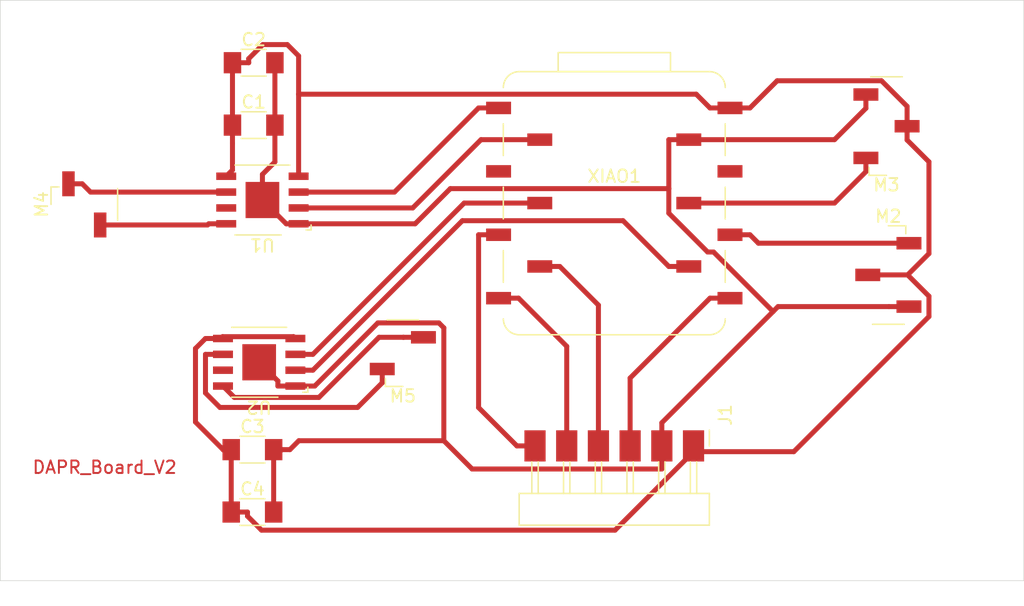
<source format=kicad_pcb>
(kicad_pcb (version 20240108) (generator "pcbnew") (generator_version "8.0")
  (layers (0 "F.Cu" signal) (31 "B.Cu" signal) (34 "B.Paste" user) (35 "F.Paste" user) (36 "B.SilkS" user "B.Silkscreen") (37 "F.SilkS" user "F.Silkscreen") (38 "B.Mask" user) (39 "F.Mask" user) (44 "Edge.Cuts" user))
  (net 0 "")
  (net 1 "PWR_5V")
  (net 2 "/PIN_RX")
  (net 3 "PWR_GND")
  (net 4 "/SCRN_SCL")
  (net 5 "/PIN_TX")
  (net 6 "/SCRN_SDA")
  (net 7 "/SERVO1")
  (net 8 "/SERVO2")
  (net 9 "Net-(M4-+)")
  (net 10 "Net-(M4--)")
  (net 11 "Net-(M5--)")
  (net 12 "Net-(M5-+)")
  (net 13 "/MTR1_2")
  (net 14 "/MTR1_1")
  (net 16 "/MTR2_1")
  (net 18 "/MTR2_2")
  (footprint "fab:HSOP-8" (layer "F.Cu") (at 117 65 180)
    (property "Reference" "U1" (at 0 -3.6 180) (layer "F.SilkS"))
    (property "Value" "MotorDriver_BrushedDC_Toshiba_TB67H451FNG")
    (fp_line (start -1.5 -2.8) (end 2.2 -2.8) (stroke (width 0.12)) (layer "F.SilkS"))
    (fp_line (start -2.2 2.8) (end 2.2 2.8) (stroke (width 0.12)) (layer "F.SilkS"))
    (fp_line (start -3.9 -2) (end -3.9 -2.4) (stroke (width 0.12)) (layer "F.SilkS"))
    (fp_line (start -3.9 -2.4) (end -3.5 -2.4) (stroke (width 0.12)) (layer "F.SilkS"))
    (pad "1" smd rect (at -2.9 -1.905 180) (size 1.6 0.6) (layers "F.Cu" "F.Paste" "F.Mask") (net 3 "PWR_GND"))
    (pad "2" smd rect (at -2.9 -0.635 180) (size 1.6 0.6) (layers "F.Cu" "F.Paste" "F.Mask") (net 13 "/MTR1_2"))
    (pad "3" smd rect (at -2.9 0.635 180) (size 1.6 0.6) (layers "F.Cu" "F.Paste" "F.Mask") (net 14 "/MTR1_1"))
    (pad "4" smd rect (at -2.9 1.905 180) (size 1.6 0.6) (layers "F.Cu" "F.Paste" "F.Mask") (net 1 "PWR_5V"))
    (pad "5" smd rect (at 2.9 1.905 180) (size 1.6 0.6) (layers "F.Cu" "F.Paste" "F.Mask") (net 1 "PWR_5V"))
    (pad "6" smd rect (at 2.9 0.635 180) (size 1.6 0.6) (layers "F.Cu" "F.Paste" "F.Mask") (net 9 "Net-(M4-+)"))
    (pad "7" smd rect (at 2.9 -0.635 180) (size 1.6 0.6) (layers "F.Cu" "F.Paste" "F.Mask"))
    (pad "8" smd rect (at 2.9 -1.905 180) (size 1.6 0.6) (layers "F.Cu" "F.Paste" "F.Mask") (net 10 "Net-(M4--)"))
    (pad "9" smd rect (at 0 0 180) (size 2.7 2.9) (layers "F.Cu" "F.Paste" "F.Mask") (net 3 "PWR_GND"))
  )
  (footprint "fab:PinHeader_1x06_P2.54mm_Horizontal_SMD" (layer "F.Cu") (at 151.54 84.7 -90)
    (property "Reference" "J1" (at -1.524 -2.54 90) (layer "F.SilkS") (effects (justify left)))
    (property "Value" "Screen Connection Headers")
    (fp_line (start 3.81 13.97) (end 3.81 -1.27) (stroke (width 0.12)) (layer "F.SilkS"))
    (fp_line (start 6.35 13.97) (end 3.81 13.97) (stroke (width 0.12)) (layer "F.SilkS"))
    (fp_line (start 3.81 12.954) (end 1.27 12.954) (stroke (width 0.12)) (layer "F.SilkS"))
    (fp_line (start 3.81 12.446) (end 1.27 12.446) (stroke (width 0.12)) (layer "F.SilkS"))
    (fp_line (start 3.81 10.414) (end 1.27 10.414) (stroke (width 0.12)) (layer "F.SilkS"))
    (fp_line (start 3.81 9.906) (end 1.27 9.906) (stroke (width 0.12)) (layer "F.SilkS"))
    (fp_line (start 3.81 7.874) (end 1.27 7.874) (stroke (width 0.12)) (layer "F.SilkS"))
    (fp_line (start 3.81 7.366) (end 1.27 7.366) (stroke (width 0.12)) (layer "F.SilkS"))
    (fp_line (start 3.81 5.334) (end 1.27 5.334) (stroke (width 0.12)) (layer "F.SilkS"))
    (fp_line (start 3.81 4.826) (end 1.27 4.826) (stroke (width 0.12)) (layer "F.SilkS"))
    (fp_line (start 3.81 2.794) (end 1.27 2.794) (stroke (width 0.12)) (layer "F.SilkS"))
    (fp_line (start 3.81 2.286) (end 1.27 2.286) (stroke (width 0.12)) (layer "F.SilkS"))
    (fp_line (start 3.81 0.254) (end 1.27 0.254) (stroke (width 0.12)) (layer "F.SilkS"))
    (fp_line (start 3.81 -0.254) (end 1.27 -0.254) (stroke (width 0.12)) (layer "F.SilkS"))
    (fp_line (start -1.27 -1.27) (end 0 -1.27) (stroke (width 0.12)) (layer "F.SilkS"))
    (fp_line (start 3.81 -1.27) (end 6.35 -1.27) (stroke (width 0.12)) (layer "F.SilkS"))
    (fp_line (start 6.35 -1.27) (end 6.35 13.97) (stroke (width 0.12)) (layer "F.SilkS"))
    (pad "1" smd rect (at 0 0 270) (size 2.5 1.7) (layers "F.Cu" "F.Paste" "F.Mask") (net 1 "PWR_5V"))
    (pad "2" smd rect (at 0 2.54 270) (size 2.5 1.7) (layers "F.Cu" "F.Paste" "F.Mask") (net 3 "PWR_GND"))
    (pad "3" smd rect (at 0 5.08 270) (size 2.5 1.7) (layers "F.Cu" "F.Paste" "F.Mask") (net 2 "/PIN_RX"))
    (pad "4" smd rect (at 0 7.62 270) (size 2.5 1.7) (layers "F.Cu" "F.Paste" "F.Mask") (net 4 "/SCRN_SCL"))
    (pad "5" smd rect (at 0 10.16 270) (size 2.5 1.7) (layers "F.Cu" "F.Paste" "F.Mask") (net 5 "/PIN_TX"))
    (pad "6" smd rect (at 0 12.7 270) (size 2.5 1.7) (layers "F.Cu" "F.Paste" "F.Mask") (net 6 "/SCRN_SDA"))
  )
  (footprint "fab:PinSocket_1x02_P2.54mm_Vertical_SMD" (layer "F.Cu") (at 128.25 77.27 180)
    (property "Reference" "M5" (at 0 -3.429 180) (layer "F.SilkS"))
    (property "Value" "Motor_DC")
    (fp_line (start 1.397 -2.032) (end 1.397 -2.667) (stroke (width 0.12)) (layer "F.SilkS"))
    (fp_line (start 1.397 -2.667) (end 0 -2.667) (stroke (width 0.12)) (layer "F.SilkS"))
    (fp_line (start -1.27 2.667) (end 1.27 2.667) (stroke (width 0.12)) (layer "F.SilkS"))
    (pad "1" smd rect (at 1.65 -1.27 180) (size 2 1) (layers "F.Cu" "F.Paste" "F.Mask") (net 12 "Net-(M5-+)"))
    (pad "2" smd rect (at -1.65 1.27 180) (size 2 1) (layers "F.Cu" "F.Paste" "F.Mask") (net 11 "Net-(M5--)"))
  )
  (footprint "fab:HSOP-8" (layer "F.Cu") (at 116.74 78 180)
    (property "Reference" "U2" (at 0 -3.6 180) (layer "F.SilkS"))
    (property "Value" "MotorDriver_BrushedDC_Toshiba_TB67H451FNG")
    (fp_line (start -1.5 -2.8) (end 2.2 -2.8) (stroke (width 0.12)) (layer "F.SilkS"))
    (fp_line (start -2.2 2.8) (end 2.2 2.8) (stroke (width 0.12)) (layer "F.SilkS"))
    (fp_line (start -3.9 -2) (end -3.9 -2.4) (stroke (width 0.12)) (layer "F.SilkS"))
    (fp_line (start -3.9 -2.4) (end -3.5 -2.4) (stroke (width 0.12)) (layer "F.SilkS"))
    (pad "1" smd rect (at -2.9 -1.905 180) (size 1.6 0.6) (layers "F.Cu" "F.Paste" "F.Mask") (net 3 "PWR_GND"))
    (pad "2" smd rect (at -2.9 -0.635 180) (size 1.6 0.6) (layers "F.Cu" "F.Paste" "F.Mask") (net 16 "/MTR2_1"))
    (pad "3" smd rect (at -2.9 0.635 180) (size 1.6 0.6) (layers "F.Cu" "F.Paste" "F.Mask") (net 18 "/MTR2_2"))
    (pad "4" smd rect (at -2.9 1.905 180) (size 1.6 0.6) (layers "F.Cu" "F.Paste" "F.Mask") (net 1 "PWR_5V"))
    (pad "5" smd rect (at 2.9 1.905 180) (size 1.6 0.6) (layers "F.Cu" "F.Paste" "F.Mask") (net 1 "PWR_5V"))
    (pad "6" smd rect (at 2.9 0.635 180) (size 1.6 0.6) (layers "F.Cu" "F.Paste" "F.Mask") (net 12 "Net-(M5-+)"))
    (pad "7" smd rect (at 2.9 -0.635 180) (size 1.6 0.6) (layers "F.Cu" "F.Paste" "F.Mask"))
    (pad "8" smd rect (at 2.9 -1.905 180) (size 1.6 0.6) (layers "F.Cu" "F.Paste" "F.Mask") (net 11 "Net-(M5--)"))
    (pad "9" smd rect (at 0 0 180) (size 2.7 2.9) (layers "F.Cu" "F.Paste" "F.Mask") (net 3 "PWR_GND"))
  )
  (footprint "fab:C_1206" (layer "F.Cu") (at 116.3 59)
    (property "Reference" "C1" (at 0 -1.85 0) (layer "F.SilkS"))
    (property "Value" ".1uF")
    (fp_line (start -1 -1.07) (end 1 -1.07) (stroke (width 0.12)) (layer "F.SilkS"))
    (fp_line (start 1 1.07) (end -1 1.07) (stroke (width 0.12)) (layer "F.SilkS"))
    (pad "1" smd rect (at -1.7 0) (size 1.4 1.7) (layers "F.Cu" "F.Paste" "F.Mask") (net 1 "PWR_5V"))
    (pad "2" smd rect (at 1.7 0) (size 1.4 1.7) (layers "F.Cu" "F.Paste" "F.Mask") (net 3 "PWR_GND"))
  )
  (footprint "fab:C_1206" (layer "F.Cu") (at 116.2 90)
    (property "Reference" "C4" (at 0 -1.85 0) (layer "F.SilkS"))
    (property "Value" ".1uF")
    (fp_line (start -1 -1.07) (end 1 -1.07) (stroke (width 0.12)) (layer "F.SilkS"))
    (fp_line (start 1 1.07) (end -1 1.07) (stroke (width 0.12)) (layer "F.SilkS"))
    (pad "1" smd rect (at -1.7 0) (size 1.4 1.7) (layers "F.Cu" "F.Paste" "F.Mask") (net 1 "PWR_5V"))
    (pad "2" smd rect (at 1.7 0) (size 1.4 1.7) (layers "F.Cu" "F.Paste" "F.Mask") (net 3 "PWR_GND"))
  )
  (footprint "fab:C_1206" (layer "F.Cu") (at 116.2 85)
    (property "Reference" "C3" (at 0 -1.85 0) (layer "F.SilkS"))
    (property "Value" ".1uF")
    (fp_line (start -1 -1.07) (end 1 -1.07) (stroke (width 0.12)) (layer "F.SilkS"))
    (fp_line (start 1 1.07) (end -1 1.07) (stroke (width 0.12)) (layer "F.SilkS"))
    (pad "1" smd rect (at -1.7 0) (size 1.4 1.7) (layers "F.Cu" "F.Paste" "F.Mask") (net 1 "PWR_5V"))
    (pad "2" smd rect (at 1.7 0) (size 1.4 1.7) (layers "F.Cu" "F.Paste" "F.Mask") (net 3 "PWR_GND"))
  )
  (footprint "fab:SeeedStudio_XIAO_SocketSMD" (layer "F.Cu") (at 145.191 65.244)
    (property "Reference" "XIAO1" (at 0.0025 -2.149 0) (layer "F.SilkS"))
    (property "Value" "Module_XIAO-ESP32S3_SocketSMD")
    (fp_line (start -8.89 -6.35) (end -8.89 -3.81) (stroke (width 0.12)) (layer "F.SilkS"))
    (fp_line (start -8.89 -1.27) (end -8.89 1.27) (stroke (width 0.12)) (layer "F.SilkS"))
    (fp_line (start -8.89 3.81) (end -8.89 6.35) (stroke (width 0.12)) (layer "F.SilkS"))
    (fp_line (start -7.6175 -10.531) (end 7.6225 -10.531) (stroke (width 0.12)) (layer "F.SilkS"))
    (fp_line (start 7.6225 10.551) (end -7.6175 10.551) (stroke (width 0.12)) (layer "F.SilkS"))
    (fp_line (start 8.89 -6.35) (end 8.89 -3.81) (stroke (width 0.12)) (layer "F.SilkS"))
    (fp_line (start 8.89 -1.27) (end 8.89 1.27) (stroke (width 0.12)) (layer "F.SilkS"))
    (fp_line (start 8.89 3.81) (end 8.89 6.35) (stroke (width 0.12)) (layer "F.SilkS"))
    (fp_rect (start -4.4975 -10.531) (end 4.5025 -12.055) (stroke (width 0.12)) (fill none) (layer "F.SilkS"))
    (fp_arc (start -8.8875 -9.261) (mid -8.515526 -10.159026) (end -7.6175 -10.531) (stroke (width 0.12)) (layer "F.SilkS"))
    (fp_arc (start -7.6175 10.551) (mid -8.515526 10.179026) (end -8.8875 9.281) (stroke (width 0.12)) (layer "F.SilkS"))
    (fp_arc (start 7.6225 -10.531) (mid 8.520526 -10.159026) (end 8.8925 -9.261) (stroke (width 0.12)) (layer "F.SilkS"))
    (fp_arc (start 8.8925 9.281) (mid 8.520526 10.179026) (end 7.6225 10.551) (stroke (width 0.12)) (layer "F.SilkS"))
    (pad "1" smd rect (at -9.27 -7.62) (size 2 1) (layers "F.Cu" "F.Paste" "F.Mask") (net 14 "/MTR1_1"))
    (pad "2" smd rect (at -5.97 -5.08) (size 2 1) (layers "F.Cu" "F.Paste" "F.Mask") (net 13 "/MTR1_2"))
    (pad "3" smd rect (at -9.27 -2.54) (size 2 1) (layers "F.Cu" "F.Paste" "F.Mask"))
    (pad "4" smd rect (at -5.97 0) (size 2 1) (layers "F.Cu" "F.Paste" "F.Mask") (net 18 "/MTR2_2"))
    (pad "5" smd rect (at -9.27 2.54) (size 2 1) (layers "F.Cu" "F.Paste" "F.Mask") (net 6 "/SCRN_SDA"))
    (pad "6" smd rect (at -5.97 5.08) (size 2 1) (layers "F.Cu" "F.Paste" "F.Mask") (net 4 "/SCRN_SCL"))
    (pad "7" smd rect (at -9.27 7.62) (size 2 1) (layers "F.Cu" "F.Paste" "F.Mask") (net 5 "/PIN_TX"))
    (pad "8" smd rect (at 9.27 7.62) (size 2 1) (layers "F.Cu" "F.Paste" "F.Mask") (net 2 "/PIN_RX"))
    (pad "9" smd rect (at 5.97 5.08) (size 2 1) (layers "F.Cu" "F.Paste" "F.Mask") (net 16 "/MTR2_1"))
    (pad "10" smd rect (at 9.27 2.54) (size 2 1) (layers "F.Cu" "F.Paste" "F.Mask") (net 7 "/SERVO1"))
    (pad "11" smd rect (at 5.97 0) (size 2 1) (layers "F.Cu" "F.Paste" "F.Mask") (net 8 "/SERVO2"))
    (pad "12" smd rect (at 9.27 -2.54) (size 2 1) (layers "F.Cu" "F.Paste" "F.Mask"))
    (pad "13" smd rect (at 5.97 -5.08) (size 2 1) (layers "F.Cu" "F.Paste" "F.Mask") (net 3 "PWR_GND"))
    (pad "14" smd rect (at 9.27 -7.62) (size 2 1) (layers "F.Cu" "F.Paste" "F.Mask") (net 1 "PWR_5V"))
  )
  (footprint "fab:PinSocket_1x02_P2.54mm_Vertical_SMD" (layer "F.Cu") (at 102.73 65.35 90)
    (property "Reference" "M4" (at 0 -3.429 -90) (layer "F.SilkS"))
    (property "Value" "Motor_DC")
    (fp_line (start 1.397 -2.667) (end 0 -2.667) (stroke (width 0.12)) (layer "F.SilkS"))
    (fp_line (start 1.397 -2.032) (end 1.397 -2.667) (stroke (width 0.12)) (layer "F.SilkS"))
    (fp_line (start -1.27 2.667) (end 1.27 2.667) (stroke (width 0.12)) (layer "F.SilkS"))
    (pad "1" smd rect (at 1.65 -1.27 90) (size 2 1) (layers "F.Cu" "F.Paste" "F.Mask") (net 9 "Net-(M4-+)"))
    (pad "2" smd rect (at -1.65 1.27 90) (size 2 1) (layers "F.Cu" "F.Paste" "F.Mask") (net 10 "Net-(M4--)"))
  )
  (footprint "fab:PinSocket_1x03_P2.54mm_Vertical_SMD" (layer "F.Cu") (at 167 59.088 180)
    (property "Reference" "M3" (at 0 -4.699 180) (layer "F.SilkS"))
    (property "Value" "Motor_Servo")
    (fp_line (start 1.397 -3.302) (end 1.397 -3.937) (stroke (width 0.12)) (layer "F.SilkS"))
    (fp_line (start 1.397 -3.937) (end 0 -3.937) (stroke (width 0.12)) (layer "F.SilkS"))
    (fp_line (start -1.27 3.96) (end 1.27 3.96) (stroke (width 0.12)) (layer "F.SilkS"))
    (pad "1" smd rect (at 1.65 -2.54 180) (size 2 1) (layers "F.Cu" "F.Paste" "F.Mask") (net 8 "/SERVO2"))
    (pad "2" smd rect (at -1.65 0 180) (size 2 1) (layers "F.Cu" "F.Paste" "F.Mask") (net 1 "PWR_5V"))
    (pad "3" smd rect (at 1.65 2.54 180) (size 2 1) (layers "F.Cu" "F.Paste" "F.Mask") (net 3 "PWR_GND"))
  )
  (footprint "fab:PinSocket_1x03_P2.54mm_Vertical_SMD" (layer "F.Cu") (at 167.15 71)
    (property "Reference" "M2" (at 0 -4.699 0) (layer "F.SilkS"))
    (property "Value" "Motor_Servo")
    (fp_line (start -1.27 3.96) (end 1.27 3.96) (stroke (width 0.12)) (layer "F.SilkS"))
    (fp_line (start 1.397 -3.937) (end 0 -3.937) (stroke (width 0.12)) (layer "F.SilkS"))
    (fp_line (start 1.397 -3.302) (end 1.397 -3.937) (stroke (width 0.12)) (layer "F.SilkS"))
    (pad "1" smd rect (at 1.65 -2.54) (size 2 1) (layers "F.Cu" "F.Paste" "F.Mask") (net 7 "/SERVO1"))
    (pad "2" smd rect (at -1.65 0) (size 2 1) (layers "F.Cu" "F.Paste" "F.Mask") (net 1 "PWR_5V"))
    (pad "3" smd rect (at 1.65 2.54) (size 2 1) (layers "F.Cu" "F.Paste" "F.Mask") (net 3 "PWR_GND"))
  )
  (footprint "fab:C_1206" (layer "F.Cu") (at 116.3 54)
    (property "Reference" "C2" (at 0 -1.85 0) (layer "F.SilkS"))
    (property "Value" ".1uF")
    (fp_line (start -1 -1.07) (end 1 -1.07) (stroke (width 0.12)) (layer "F.SilkS"))
    (fp_line (start 1 1.07) (end -1 1.07) (stroke (width 0.12)) (layer "F.SilkS"))
    (pad "1" smd rect (at -1.7 0) (size 1.4 1.7) (layers "F.Cu" "F.Paste" "F.Mask") (net 1 "PWR_5V"))
    (pad "2" smd rect (at 1.7 0) (size 1.4 1.7) (layers "F.Cu" "F.Paste" "F.Mask") (net 3 "PWR_GND"))
  )
  (gr_line (start 178 49) (end 178 95.5) (stroke (width 0.05)) (layer "Edge.Cuts"))
  (gr_line (start 96 95.5) (end 96 94.5) (stroke (width 0.05)) (layer "Edge.Cuts"))
  (gr_line (start 96 94.5) (end 96 49) (stroke (width 0.05)) (layer "Edge.Cuts"))
  (gr_line (start 96 49) (end 178 49) (stroke (width 0.05)) (layer "Edge.Cuts"))
  (gr_line (start 178 95.5) (end 96 95.5) (stroke (width 0.05)) (layer "Edge.Cuts"))
  (gr_text "DAPR_Board_V2" (at 98.5 87 0) (layer "F.Cu") (effects (font (size 1 1)) (justify left bottom)))
  (segment (start 154.461 57.624) (end 152.8593 57.624) (width 0.4) (layer "F.Cu") (net 1))
  (segment (start 145.2512 91.4517) (end 151.54 85.1629) (width 0.4) (layer "F.Cu") (net 1))
  (segment (start 168.65 60.1897) (end 170.4017 61.9414) (width 0.4) (layer "F.Cu") (net 1))
  (segment (start 119.9 56.5223) (end 151.7576 56.5223) (width 0.4) (layer "F.Cu") (net 1))
  (segment (start 113.8115 75.9483) (end 119.4933 75.9483) (width 0.4) (layer "F.Cu") (net 1))
  (segment (start 114.6 62.595) (end 114.1 63.095) (width 0.4) (layer "F.Cu") (net 1))
  (segment (start 119.9 63.095) (end 119.9 56.5223) (width 0.4) (layer "F.Cu") (net 1))
  (segment (start 113.8492 85) (end 114.5 85.6508) (width 0.4) (layer "F.Cu") (net 1))
  (segment (start 119.9 53.4541) (end 118.9942 52.5483) (width 0.4) (layer "F.Cu") (net 1))
  (segment (start 119.4933 75.9483) (end 119.64 76.095) (width 0.4) (layer "F.Cu") (net 1))
  (segment (start 159.5744 85.1629) (end 151.54 85.1629) (width 0.4) (layer "F.Cu") (net 1))
  (segment (start 114.5 85) (end 113.8492 85) (width 0.4) (layer "F.Cu") (net 1))
  (segment (start 114.5 85.6508) (end 114.5 90) (width 0.4) (layer "F.Cu") (net 1))
  (segment (start 151.54 84.7) (end 151.54 85.1629) (width 0.4) (layer "F.Cu") (net 1))
  (segment (start 113.6648 76.095) (end 113.8115 75.9483) (width 0.4) (layer "F.Cu") (net 1))
  (segment (start 168.65 59.6388) (end 168.65 59.088) (width 0.4) (layer "F.Cu") (net 1))
  (segment (start 115.8017 90) (end 115.8017 90.3254) (width 0.4) (layer "F.Cu") (net 1))
  (segment (start 112.4383 76.095) (end 111.6366 76.8967) (width 0.4) (layer "F.Cu") (net 1))
  (segment (start 154.461 57.624) (end 156.0627 57.624) (width 0.4) (layer "F.Cu") (net 1))
  (segment (start 158.2404 55.4463) (end 156.0627 57.624) (width 0.4) (layer "F.Cu") (net 1))
  (segment (start 151.7576 56.5223) (end 152.8593 57.624) (width 0.4) (layer "F.Cu") (net 1))
  (segment (start 119.9 56.5223) (end 119.9 53.4541) (width 0.4) (layer "F.Cu") (net 1))
  (segment (start 114.6 59) (end 114.6 54) (width 0.4) (layer "F.Cu") (net 1))
  (segment (start 111.6366 76.8967) (end 111.6366 82.7874) (width 0.4) (layer "F.Cu") (net 1))
  (segment (start 170.4017 74.3356) (end 159.5744 85.1629) (width 0.4) (layer "F.Cu") (net 1))
  (segment (start 168.65 59.088) (end 168.65 57.4954) (width 0.4) (layer "F.Cu") (net 1))
  (segment (start 114.6 60.4517) (end 114.6 62.595) (width 0.4) (layer "F.Cu") (net 1))
  (segment (start 113.6648 76.095) (end 112.4383 76.095) (width 0.4) (layer "F.Cu") (net 1))
  (segment (start 116.928 91.4517) (end 145.2512 91.4517) (width 0.4) (layer "F.Cu") (net 1))
  (segment (start 114.5 90) (end 115.8017 90) (width 0.4) (layer "F.Cu") (net 1))
  (segment (start 170.4017 61.9414) (end 170.4017 69.2936) (width 0.4) (layer "F.Cu") (net 1))
  (segment (start 170.4017 69.2936) (end 168.6953 71) (width 0.4) (layer "F.Cu") (net 1))
  (segment (start 115.9017 53.6746) (end 115.9017 54) (width 0.4) (layer "F.Cu") (net 1))
  (segment (start 114.6 59) (end 114.6 60.4517) (width 0.4) (layer "F.Cu") (net 1))
  (segment (start 166.6009 55.4463) (end 158.2404 55.4463) (width 0.4) (layer "F.Cu") (net 1))
  (segment (start 165.5 71) (end 168.6953 71) (width 0.4) (layer "F.Cu") (net 1))
  (segment (start 113.84 76.095) (end 113.6648 76.095) (width 0.4) (layer "F.Cu") (net 1))
  (segment (start 170.4017 72.7064) (end 170.4017 74.3356) (width 0.4) (layer "F.Cu") (net 1))
  (segment (start 168.65 59.6388) (end 168.65 60.1897) (width 0.4) (layer "F.Cu") (net 1))
  (segment (start 168.65 57.4954) (end 166.6009 55.4463) (width 0.4) (layer "F.Cu") (net 1))
  (segment (start 117.028 52.5483) (end 115.9017 53.6746) (width 0.4) (layer "F.Cu") (net 1))
  (segment (start 114.6 54) (end 115.9017 54) (width 0.4) (layer "F.Cu") (net 1))
  (segment (start 118.9942 52.5483) (end 117.028 52.5483) (width 0.4) (layer "F.Cu") (net 1))
  (segment (start 115.8017 90.3254) (end 116.928 91.4517) (width 0.4) (layer "F.Cu") (net 1))
  (segment (start 111.6366 82.7874) (end 113.8492 85) (width 0.4) (layer "F.Cu") (net 1))
  (segment (start 168.6953 71) (end 170.4017 72.7064) (width 0.4) (layer "F.Cu") (net 1))
  (segment (start 154.461 72.864) (end 152.8593 72.864) (width 0.4) (layer "F.Cu") (net 2))
  (segment (start 146.46 84.7) (end 146.46 79.2633) (width 0.4) (layer "F.Cu") (net 2))
  (segment (start 146.46 79.2633) (end 152.8593 72.864) (width 0.4) (layer "F.Cu") (net 2))
  (segment (start 118.2383 79.4983) (end 116.74 78) (width 0.4) (layer "F.Cu") (net 3))
  (segment (start 149 86.5517) (end 133.801 86.5517) (width 0.4) (layer "F.Cu") (net 3))
  (segment (start 149 84.7) (end 149 82.8483) (width 0.4) (layer "F.Cu") (net 3))
  (segment (start 119.9 66.905) (end 129.2375 66.905) (width 0.4) (layer "F.Cu") (net 3))
  (segment (start 118 59) (end 118 61.9483) (width 0.4) (layer "F.Cu") (net 3))
  (segment (start 117.9 85.6509) (end 117.9 90) (width 0.4) (layer "F.Cu") (net 3))
  (segment (start 158.3083 73.54) (end 157.9134 73.9349) (width 0.4) (layer "F.Cu") (net 3))
  (segment (start 151.161 60.164) (end 162.8357 60.164) (width 0.4) (layer "F.Cu") (net 3))
  (segment (start 119.64 79.905) (end 118.2383 79.905) (width 0.4) (layer "F.Cu") (net 3))
  (segment (start 121.1909 79.905) (end 126.2499 74.846) (width 0.4) (layer "F.Cu") (net 3))
  (segment (start 117 65) (end 117 62.9483) (width 0.4) (layer "F.Cu") (net 3))
  (segment (start 126.2499 74.846) (end 131.1386 74.846) (width 0.4) (layer "F.Cu") (net 3))
  (segment (start 162.8357 60.164) (end 165.35 57.6497) (width 0.4) (layer "F.Cu") (net 3))
  (segment (start 149.5593 66.0546) (end 149.5593 64.0875) (width 0.4) (layer "F.Cu") (net 3))
  (segment (start 119.6137 66.905) (end 118.905 66.905) (width 0.4) (layer "F.Cu") (net 3))
  (segment (start 168.8 73.54) (end 167.1983 73.54) (width 0.4) (layer "F.Cu") (net 3))
  (segment (start 165.35 56.548) (end 165.35 57.6497) (width 0.4) (layer "F.Cu") (net 3))
  (segment (start 153.145 69.1665) (end 152.6712 69.1665) (width 0.4) (layer "F.Cu") (net 3))
  (segment (start 119.9168 84.2849) (end 119.2017 85) (width 0.4) (layer "F.Cu") (net 3))
  (segment (start 133.801 86.5517) (end 131.5342 84.2849) (width 0.4) (layer "F.Cu") (net 3))
  (segment (start 118.5509 85) (end 119.2017 85) (width 0.4) (layer "F.Cu") (net 3))
  (segment (start 131.5342 84.2849) (end 119.9168 84.2849) (width 0.4) (layer "F.Cu") (net 3))
  (segment (start 157.9134 73.9349) (end 153.145 69.1665) (width 0.4) (layer "F.Cu") (net 3))
  (segment (start 118.5509 85) (end 117.9 85.6509) (width 0.4) (layer "F.Cu") (net 3))
  (segment (start 117.9 85) (end 118.5509 85) (width 0.4) (layer "F.Cu") (net 3))
  (segment (start 152.6712 69.1665) (end 149.5593 66.0546) (width 0.4) (layer "F.Cu") (net 3))
  (segment (start 118.2383 79.905) (end 118.2383 79.4983) (width 0.4) (layer "F.Cu") (net 3))
  (segment (start 167.1983 73.54) (end 158.3083 73.54) (width 0.4) (layer "F.Cu") (net 3))
  (segment (start 118 61.9483) (end 117 62.9483) (width 0.4) (layer "F.Cu") (net 3))
  (segment (start 151.161 60.164) (end 149.5593 60.164) (width 0.4) (layer "F.Cu") (net 3))
  (segment (start 149.5593 64.0875) (end 149.5593 60.164) (width 0.4) (layer "F.Cu") (net 3))
  (segment (start 119.7569 66.905) (end 119.6137 66.905) (width 0.4) (layer "F.Cu") (net 3))
  (segment (start 131.1386 74.846) (end 131.5342 75.2416) (width 0.4) (layer "F.Cu") (net 3))
  (segment (start 149 84.7) (end 149 86.5517) (width 0.4) (layer "F.Cu") (net 3))
  (segment (start 119.7569 66.905) (end 119.9 66.905) (width 0.4) (layer "F.Cu") (net 3))
  (segment (start 119.64 79.905) (end 121.1909 79.905) (width 0.4) (layer "F.Cu") (net 3))
  (segment (start 157.9134 73.9349) (end 149 82.8483) (width 0.4) (layer "F.Cu") (net 3))
  (segment (start 131.5342 75.2416) (end 131.5342 84.2849) (width 0.4) (layer "F.Cu") (net 3))
  (segment (start 118 54) (end 118 59) (width 0.4) (layer "F.Cu") (net 3))
  (segment (start 118.905 66.905) (end 117 65) (width 0.4) (layer "F.Cu") (net 3))
  (segment (start 129.2375 66.905) (end 132.055 64.0875) (width 0.4) (layer "F.Cu") (net 3))
  (segment (start 132.055 64.0875) (end 149.5593 64.0875) (width 0.4) (layer "F.Cu") (net 3))
  (segment (start 143.92 84.7) (end 143.92 73.4213) (width 0.4) (layer "F.Cu") (net 4))
  (segment (start 143.92 73.4213) (end 140.8227 70.324) (width 0.4) (layer "F.Cu") (net 4))
  (segment (start 139.221 70.324) (end 140.8227 70.324) (width 0.4) (layer "F.Cu") (net 4))
  (segment (start 141.38 84.7) (end 141.38 76.7213) (width 0.4) (layer "F.Cu") (net 5))
  (segment (start 141.38 76.7213) (end 137.5227 72.864) (width 0.4) (layer "F.Cu") (net 5))
  (segment (start 135.921 72.864) (end 137.5227 72.864) (width 0.4) (layer "F.Cu") (net 5))
  (segment (start 138.84 84.7) (end 137.3883 84.7) (width 0.4) (layer "F.Cu") (net 6))
  (segment (start 137.3883 84.7) (end 134.3193 81.631) (width 0.4) (layer "F.Cu") (net 6))
  (segment (start 135.921 67.784) (end 134.3193 67.784) (width 0.4) (layer "F.Cu") (net 6))
  (segment (start 134.3193 81.631) (end 134.3193 67.784) (width 0.4) (layer "F.Cu") (net 6))
  (segment (start 168.8 68.46) (end 156.7387 68.46) (width 0.4) (layer "F.Cu") (net 7))
  (segment (start 154.461 67.784) (end 156.0627 67.784) (width 0.4) (layer "F.Cu") (net 7))
  (segment (start 156.7387 68.46) (end 156.0627 67.784) (width 0.4) (layer "F.Cu") (net 7))
  (segment (start 162.8357 65.244) (end 151.161 65.244) (width 0.4) (layer "F.Cu") (net 8))
  (segment (start 165.35 61.628) (end 165.35 62.7297) (width 0.4) (layer "F.Cu") (net 8))
  (segment (start 165.35 62.7297) (end 162.8357 65.244) (width 0.4) (layer "F.Cu") (net 8))
  (segment (start 103.2267 64.365) (end 114.1 64.365) (width 0.4) (layer "F.Cu") (net 9))
  (segment (start 102.5617 63.7) (end 103.2267 64.365) (width 0.4) (layer "F.Cu") (net 9))
  (segment (start 101.46 63.7) (end 102.5617 63.7) (width 0.4) (layer "F.Cu") (net 9))
  (segment (start 104 67) (end 112.6033 67) (width 0.4) (layer "F.Cu") (net 10))
  (segment (start 114.1 66.905) (end 112.6983 66.905) (width 0.4) (layer "F.Cu") (net 10))
  (segment (start 112.6033 67) (end 112.6983 66.905) (width 0.4) (layer "F.Cu") (net 10))
  (segment (start 128.2983 76.0001) (end 128.2983 76) (width 0.4) (layer "F.Cu") (net 11))
  (segment (start 129.9 76) (end 128.2983 76) (width 0.4) (layer "F.Cu") (net 11))
  (segment (start 126.3421 76.0001) (end 128.2983 76.0001) (width 0.4) (layer "F.Cu") (net 11))
  (segment (start 114.7515 80.8165) (end 121.5257 80.8165) (width 0.4) (layer "F.Cu") (net 11))
  (segment (start 113.84 79.905) (end 114.7515 80.8165) (width 0.4) (layer "F.Cu") (net 11))
  (segment (start 121.5257 80.8165) (end 126.3421 76.0001) (width 0.4) (layer "F.Cu") (net 11))
  (segment (start 113.596 81.6182) (end 124.6235 81.6182) (width 0.4) (layer "F.Cu") (net 12))
  (segment (start 112.4383 80.4605) (end 113.596 81.6182) (width 0.4) (layer "F.Cu") (net 12))
  (segment (start 112.4383 77.365) (end 112.4383 80.4605) (width 0.4) (layer "F.Cu") (net 12))
  (segment (start 126.6 78.54) (end 126.6 79.6417) (width 0.4) (layer "F.Cu") (net 12))
  (segment (start 124.6235 81.6182) (end 126.6 79.6417) (width 0.4) (layer "F.Cu") (net 12))
  (segment (start 113.84 77.365) (end 112.4383 77.365) (width 0.4) (layer "F.Cu") (net 12))
  (segment (start 119.9 65.635) (end 129.0437 65.635) (width 0.4) (layer "F.Cu") (net 13))
  (segment (start 129.0437 65.635) (end 134.5147 60.164) (width 0.4) (layer "F.Cu") (net 13))
  (segment (start 134.5147 60.164) (end 139.221 60.164) (width 0.4) (layer "F.Cu") (net 13))
  (segment (start 127.5783 64.365) (end 134.3193 57.624) (width 0.4) (layer "F.Cu") (net 14))
  (segment (start 135.921 57.624) (end 134.3193 57.624) (width 0.4) (layer "F.Cu") (net 14))
  (segment (start 119.9 64.365) (end 127.5783 64.365) (width 0.4) (layer "F.Cu") (net 14))
  (segment (start 151.161 70.324) (end 149.5593 70.324) (width 0.4) (layer "F.Cu") (net 16))
  (segment (start 133.0196 66.6571) (end 145.8924 66.6571) (width 0.4) (layer "F.Cu") (net 16))
  (segment (start 145.8924 66.6571) (end 149.5593 70.324) (width 0.4) (layer "F.Cu") (net 16))
  (segment (start 119.64 78.635) (end 121.0417 78.635) (width 0.4) (layer "F.Cu") (net 16))
  (segment (start 121.0417 78.635) (end 133.0196 66.6571) (width 0.4) (layer "F.Cu") (net 16))
  (segment (start 133.1627 65.244) (end 121.0417 77.365) (width 0.4) (layer "F.Cu") (net 18))
  (segment (start 119.64 77.365) (end 121.0417 77.365) (width 0.4) (layer "F.Cu") (net 18))
  (segment (start 139.221 65.244) (end 133.1627 65.244) (width 0.4) (layer "F.Cu") (net 18))
)
</source>
